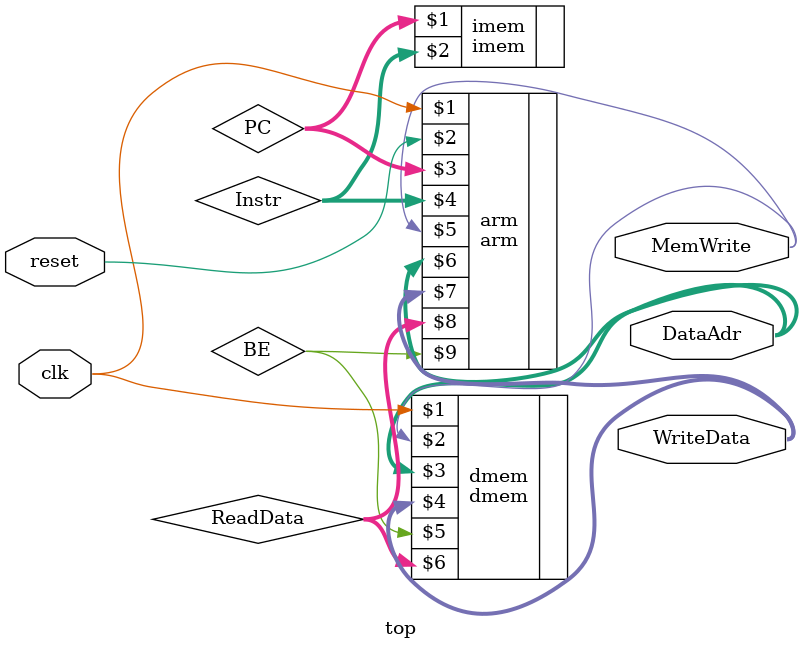
<source format=sv>
module top(
    input  logic clk, reset,
    output logic [31:0] DataAdr,
    output logic [31:0] WriteData,
    output logic MemWrite
    );

    logic [31:0] PC, Instr, ReadData;
    logic BE;


    // instantiate processor and memories
    arm  arm (clk, reset, PC, Instr, MemWrite, DataAdr, WriteData, ReadData, BE);
    
    imem imem(PC, Instr);
    
    dmem dmem(clk, MemWrite, DataAdr, WriteData, BE, ReadData);
    
endmodule

</source>
